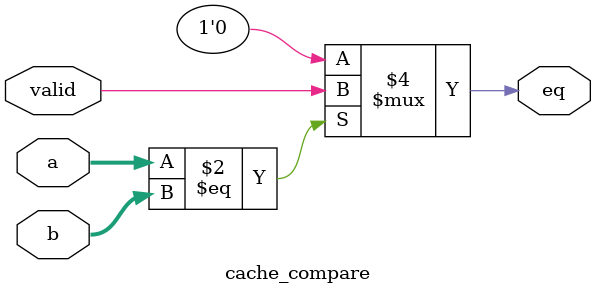
<source format=sv>
module cache_compare (
    input [23:0] a,
    input [23:0] b,
    input valid,
    output logic eq
    );

    always_comb
    begin
        if (a == b)
            eq = valid;
        else
            eq = 1'b0;
    end

endmodule 
</source>
